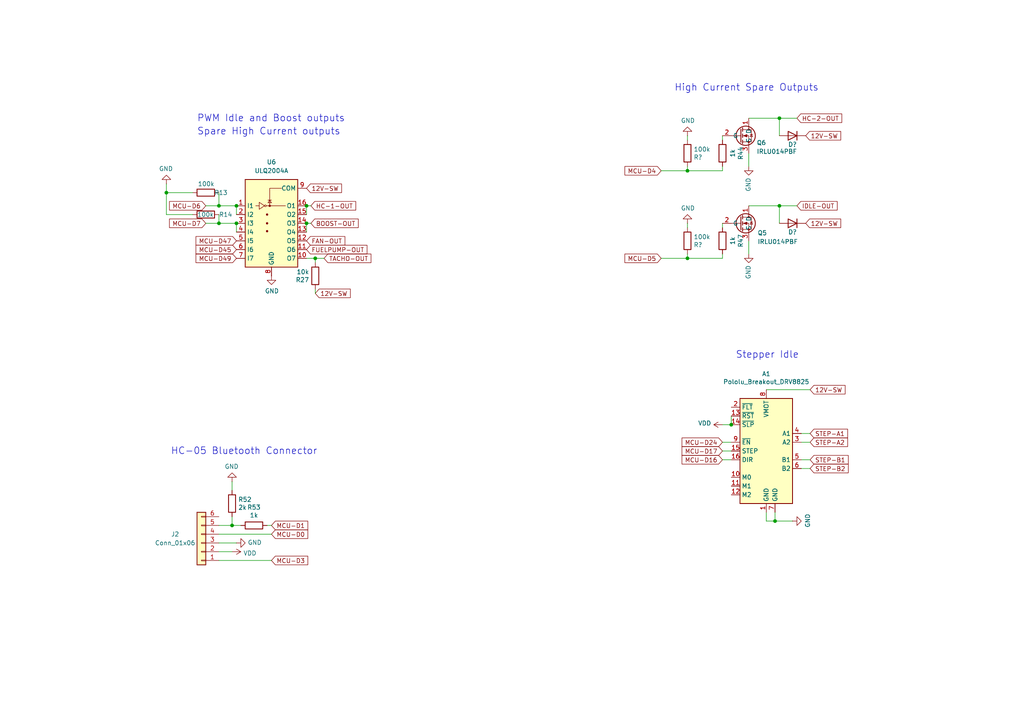
<source format=kicad_sch>
(kicad_sch (version 20250114) (generator "eeschema") (generator_version "9.0")
  (paper "A4")
  (title_block (title "0.4") (date "2021-03-27") (rev "4d") (company "Speeduino"))
  (lib_symbols
    (symbol "Connector_Generic:Conn_01x06" (pin_names (offset 1.016) (hide yes))
      (property "Reference" "J" (at 0 7.62 0))
      (property "Value" "Conn_01x06" (at 0 -10.16 0))
      (symbol "Conn_01x06_1_1"
        (rectangle (start -1.27 6.35) (end 1.27 -8.89) (stroke (width 0.254)) (fill (type background)))
        (rectangle (start -1.27 5.207) (end 0 4.953) (stroke (width 0.1524)))
        (rectangle (start -1.27 2.667) (end 0 2.413) (stroke (width 0.1524)))
        (rectangle (start -1.27 0.127) (end 0 -0.127) (stroke (width 0.1524)))
        (rectangle (start -1.27 -2.413) (end 0 -2.667) (stroke (width 0.1524)))
        (rectangle (start -1.27 -4.953) (end 0 -5.207) (stroke (width 0.1524)))
        (rectangle (start -1.27 -7.493) (end 0 -7.747) (stroke (width 0.1524)))
        (pin passive line (at -5.08 5.08 0) (length 3.81) (name "Pin_1") (number "1"))
        (pin passive line (at -5.08 2.54 0) (length 3.81) (name "Pin_2") (number "2"))
        (pin passive line (at -5.08 0 0) (length 3.81) (name "Pin_3") (number "3"))
        (pin passive line (at -5.08 -2.54 0) (length 3.81) (name "Pin_4") (number "4"))
        (pin passive line (at -5.08 -5.08 0) (length 3.81) (name "Pin_5") (number "5"))
        (pin passive line (at -5.08 -7.62 0) (length 3.81) (name "Pin_6") (number "6"))
      )
    )
    (symbol "Device:D" (pin_numbers (hide yes)) (pin_names (offset 1.016) (hide yes))
      (property "Reference" "D" (at 0 2.54 0))
      (property "Value" "D" (at 0 -2.54 0))
      (symbol "D_0_1"
        (polyline (pts (xy -1.27 1.27) (xy -1.27 -1.27)) (stroke (width 0.254)))
        (polyline (pts (xy 1.27 1.27) (xy 1.27 -1.27) (xy -1.27 0) (xy 1.27 1.27)) (stroke (width 0.254)))
        (polyline (pts (xy 1.27 0) (xy -1.27 0)))
      )
      (symbol "D_1_1"
        (pin passive line (at -3.81 0 0) (length 2.54) (name "K") (number "1"))
        (pin passive line (at 3.81 0 180) (length 2.54) (name "A") (number "2"))
      )
    )
    (symbol "Device:R" (pin_numbers (hide yes)) (pin_names (offset 0))
      (property "Reference" "R" (at 2.032 0 90))
      (property "Value" "R" (at 0 0 90))
      (symbol "R_0_1"
        (rectangle (start -1.016 -2.54) (end 1.016 2.54) (stroke (width 0.254)))
      )
      (symbol "R_1_1"
        (pin passive line (at 0 3.81 270) (length 1.27) (name "~") (number "1"))
        (pin passive line (at 0 -3.81 90) (length 1.27) (name "~") (number "2"))
      )
    )
    (symbol "Driver_Motor:Pololu_Breakout_DRV8825"
      (property "Reference" "A" (at -2.54 16.51 0))
      (property "Value" "Pololu_Breakout_DRV8825" (at -2.54 13.97 0))
      (symbol "Pololu_Breakout_DRV8825_0_1"
        (rectangle (start 7.62 -17.78) (end -7.62 12.7) (stroke (width 0.254)) (fill (type background)))
      )
      (symbol "Pololu_Breakout_DRV8825_1_1"
        (pin output line (at -10.16 10.16 0) (length 2.54) (name "~{FLT}") (number "2"))
        (pin input line (at -10.16 7.62 0) (length 2.54) (name "~{RST}") (number "13"))
        (pin input line (at -10.16 5.08 0) (length 2.54) (name "~{SLP}") (number "14"))
        (pin input line (at -10.16 0 0) (length 2.54) (name "~{EN}") (number "9"))
        (pin input line (at -10.16 -2.54 0) (length 2.54) (name "STEP") (number "15"))
        (pin input line (at -10.16 -5.08 0) (length 2.54) (name "DIR") (number "16"))
        (pin input line (at -10.16 -10.16 0) (length 2.54) (name "M0") (number "10"))
        (pin input line (at -10.16 -12.7 0) (length 2.54) (name "M1") (number "11"))
        (pin input line (at -10.16 -15.24 0) (length 2.54) (name "M2") (number "12"))
        (pin power_in line (at 0 15.24 270) (length 2.54) (name "VMOT") (number "8"))
        (pin power_in line (at 0 -20.32 90) (length 2.54) (name "GND") (number "1"))
        (pin power_in line (at 2.54 -20.32 90) (length 2.54) (name "GND") (number "7"))
        (pin output line (at 10.16 2.54 180) (length 2.54) (name "A1") (number "4"))
        (pin output line (at 10.16 0 180) (length 2.54) (name "A2") (number "3"))
        (pin output line (at 10.16 -5.08 180) (length 2.54) (name "B1") (number "5"))
        (pin output line (at 10.16 -7.62 180) (length 2.54) (name "B2") (number "6"))
      )
    )
    (symbol "Transistor_Array:ULQ2004A"
      (property "Reference" "U" (at 0 15.875 0))
      (property "Value" "ULQ2004A" (at 0 13.97 0))
      (symbol "ULQ2004A_0_1"
        (rectangle (start -7.62 -12.7) (end 7.62 12.7) (stroke (width 0.254)) (fill (type background)))
        (polyline (pts (xy -4.572 5.08) (xy -3.556 5.08)))
        (polyline (pts (xy -3.556 6.096) (xy -3.556 4.064) (xy -2.032 5.08) (xy -3.556 6.096)))
        (circle (center -1.778 5.08) (radius 0.254))
        (polyline (pts (xy -1.524 5.08) (xy 4.064 5.08)))
        (circle (center -1.27 2.54) (radius 0.254) (fill (type outline)))
        (circle (center -1.27 0) (radius 0.254) (fill (type outline)))
        (circle (center -1.27 -2.286) (radius 0.254) (fill (type outline)))
        (circle (center -0.508 5.08) (radius 0.254) (fill (type outline)))
        (polyline (pts (xy -0.508 5.08) (xy -0.508 10.16) (xy 2.921 10.16)))
        (polyline (pts (xy 0 6.731) (xy -1.016 6.731)))
        (polyline (pts (xy 0 5.969) (xy -1.016 5.969) (xy -0.508 6.731) (xy 0 5.969)))
      )
      (symbol "ULQ2004A_1_1"
        (pin input line (at -10.16 5.08 0) (length 2.54) (name "I1") (number "1"))
        (pin input line (at -10.16 2.54 0) (length 2.54) (name "I2") (number "2"))
        (pin input line (at -10.16 0 0) (length 2.54) (name "I3") (number "3"))
        (pin input line (at -10.16 -2.54 0) (length 2.54) (name "I4") (number "4"))
        (pin input line (at -10.16 -5.08 0) (length 2.54) (name "I5") (number "5"))
        (pin input line (at -10.16 -7.62 0) (length 2.54) (name "I6") (number "6"))
        (pin input line (at -10.16 -10.16 0) (length 2.54) (name "I7") (number "7"))
        (pin power_in line (at 0 -15.24 90) (length 2.54) (name "GND") (number "8"))
        (pin passive line (at 10.16 10.16 180) (length 2.54) (name "COM") (number "9"))
        (pin open_collector line (at 10.16 5.08 180) (length 2.54) (name "O1") (number "16"))
        (pin open_collector line (at 10.16 2.54 180) (length 2.54) (name "O2") (number "15"))
        (pin open_collector line (at 10.16 0 180) (length 2.54) (name "O3") (number "14"))
        (pin open_collector line (at 10.16 -2.54 180) (length 2.54) (name "O4") (number "13"))
        (pin open_collector line (at 10.16 -5.08 180) (length 2.54) (name "O5") (number "12"))
        (pin open_collector line (at 10.16 -7.62 180) (length 2.54) (name "O6") (number "11"))
        (pin open_collector line (at 10.16 -10.16 180) (length 2.54) (name "O7") (number "10"))
      )
    )
    (symbol "power:GND" (power) (pin_numbers (hide yes)) (pin_names (offset 0) (hide yes))
      (property "Value" "GND" (at 0 -3.81 0))
      (symbol "GND_0_1"
        (polyline (pts (xy 0 0) (xy 0 -1.27) (xy 1.27 -1.27) (xy 0 -2.54) (xy -1.27 -1.27) (xy 0 -1.27)))
      )
      (symbol "GND_1_1"
        (pin power_in line (at 0 0 270) (length 0) (name "~") (number "1"))
      )
    )
    (symbol "power:VDD" (power) (pin_numbers (hide yes)) (pin_names (offset 0) (hide yes))
      (property "Value" "VDD" (at 0 3.556 0))
      (symbol "VDD_0_1"
        (polyline (pts (xy -0.762 1.27) (xy 0 2.54)))
        (polyline (pts (xy 0 2.54) (xy 0.762 1.27)))
        (polyline (pts (xy 0 0) (xy 0 2.54)))
      )
      (symbol "VDD_1_1"
        (pin power_in line (at 0 0 90) (length 0) (name "~") (number "1"))
      )
    )
    (symbol "user-made:IRLR014"
      (property "Reference" "J" (at 0 0 0))
      (symbol "IRLR014_0_1"
        (polyline (pts (xy 9.144 -1.905) (xy 9.144 -5.715)) (stroke (width 0.254)))
        (polyline (pts (xy 9.144 -3.81) (xy 6.35 -3.81)))
        (polyline (pts (xy 9.652 -1.524) (xy 9.652 -2.54)) (stroke (width 0.254)))
        (polyline (pts (xy 9.652 -3.302) (xy 9.652 -4.318)) (stroke (width 0.254)))
        (polyline (pts (xy 9.652 -5.08) (xy 9.652 -6.096)) (stroke (width 0.254)))
        (polyline (pts (xy 9.652 -5.588) (xy 12.192 -5.588) (xy 12.192 -2.032) (xy 9.652 -2.032)))
        (polyline (pts (xy 9.906 -3.81) (xy 10.922 -3.429) (xy 10.922 -4.191) (xy 9.906 -3.81)) (fill (type outline)))
        (circle (center 10.541 -3.81) (radius 2.794) (stroke (width 0.254)))
        (polyline (pts (xy 11.43 -1.27) (xy 11.43 -2.032)))
        (circle (center 11.43 -2.032) (radius 0.254) (fill (type outline)))
        (circle (center 11.43 -5.588) (radius 0.254) (fill (type outline)))
        (polyline (pts (xy 11.43 -6.35) (xy 11.43 -3.81) (xy 9.652 -3.81)))
        (polyline (pts (xy 11.811 -3.429) (xy 12.573 -3.429)))
        (polyline (pts (xy 12.192 -3.429) (xy 11.811 -4.064) (xy 12.573 -4.064) (xy 12.192 -3.429)))
      )
      (symbol "IRLR014_1_1"
        (pin input line (at 3.81 -3.81 0) (length 2.54) (name "G") (number "2"))
        (pin passive line (at 11.43 1.27 270) (length 2.54) (name "D") (number "1"))
        (pin passive line (at 11.43 -8.89 90) (length 2.54) (name "S") (number "3"))
      )
    )
  )
  (text "HC-05 Bluetooth Connector" (at 49.53 132.08 0) (effects (font (size 1.9812 1.9812)) (justify left bottom)))
  (text "Stepper Idle" (at 213.36 104.14 0) (effects (font (size 1.9812 1.9812)) (justify left bottom)))
  (text "High Current Spare Outputs" (at 195.58 26.67 0) (effects (font (size 1.9812 1.9812)) (justify left bottom)))
  (text "Spare High Current outputs" (at 57.15 39.37 0) (effects (font (size 1.9812 1.9812)) (justify left bottom)))
  (text "PWM Idle and Boost outputs" (at 57.15 35.56 0) (effects (font (size 1.9812 1.9812)) (justify left bottom)))
  (junction (at 88.9 64.77))
  (junction (at 199.39 74.93))
  (junction (at 91.44 74.93))
  (junction (at 226.06 59.69))
  (junction (at 68.58 64.77))
  (junction (at 63.5 59.69))
  (junction (at 68.58 59.69))
  (junction (at 212.09 123.19))
  (junction (at 226.06 34.29))
  (junction (at 67.31 152.4))
  (junction (at 88.9 59.69))
  (junction (at 63.5 64.77))
  (junction (at 224.79 151.13))
  (junction (at 48.26 55.88))
  (junction (at 199.39 49.53))
  (wire (pts (xy 88.9 62.23) (xy 88.9 59.69)))
  (wire (pts (xy 90.17 59.69) (xy 88.9 59.69)))
  (wire (pts (xy 224.79 148.59) (xy 224.79 151.13)))
  (wire (pts (xy 63.5 162.56) (xy 78.74 162.56)))
  (wire (pts (xy 199.39 49.53) (xy 199.39 48.26)))
  (wire (pts (xy 212.09 123.19) (xy 212.09 120.65)))
  (wire (pts (xy 217.17 73.66) (xy 217.17 69.85)))
  (wire (pts (xy 68.58 59.69) (xy 68.58 62.23)))
  (wire (pts (xy 226.06 34.29) (xy 231.14 34.29)))
  (wire (pts (xy 91.44 74.93) (xy 93.98 74.93)))
  (wire (pts (xy 209.55 48.26) (xy 209.55 49.53)))
  (wire (pts (xy 209.55 123.19) (xy 212.09 123.19)))
  (wire (pts (xy 222.25 113.03) (xy 234.95 113.03)))
  (wire (pts (xy 67.31 160.02) (xy 63.5 160.02)))
  (wire (pts (xy 48.26 62.23) (xy 55.88 62.23)))
  (wire (pts (xy 224.79 151.13) (xy 222.25 151.13)))
  (wire (pts (xy 217.17 34.29) (xy 226.06 34.29)))
  (wire (pts (xy 232.41 133.35) (xy 234.95 133.35)))
  (wire (pts (xy 63.5 64.77) (xy 68.58 64.77)))
  (wire (pts (xy 191.77 49.53) (xy 199.39 49.53)))
  (wire (pts (xy 67.31 149.86) (xy 67.31 152.4)))
  (wire (pts (xy 63.5 62.23) (xy 63.5 64.77)))
  (wire (pts (xy 229.87 151.13) (xy 224.79 151.13)))
  (wire (pts (xy 48.26 55.88) (xy 48.26 62.23)))
  (wire (pts (xy 209.55 128.27) (xy 212.09 128.27)))
  (wire (pts (xy 209.55 133.35) (xy 212.09 133.35)))
  (wire (pts (xy 199.39 74.93) (xy 199.39 73.66)))
  (wire (pts (xy 88.9 67.31) (xy 88.9 64.77)))
  (wire (pts (xy 88.9 74.93) (xy 91.44 74.93)))
  (wire (pts (xy 212.09 130.81) (xy 209.55 130.81)))
  (wire (pts (xy 234.95 135.89) (xy 232.41 135.89)))
  (wire (pts (xy 199.39 64.77) (xy 199.39 66.04)))
  (wire (pts (xy 63.5 152.4) (xy 67.31 152.4)))
  (wire (pts (xy 226.06 64.77) (xy 226.06 59.69)))
  (wire (pts (xy 217.17 48.26) (xy 217.17 44.45)))
  (wire (pts (xy 90.17 64.77) (xy 88.9 64.77)))
  (wire (pts (xy 59.69 64.77) (xy 63.5 64.77)))
  (wire (pts (xy 68.58 64.77) (xy 68.58 67.31)))
  (wire (pts (xy 191.77 74.93) (xy 199.39 74.93)))
  (wire (pts (xy 209.55 73.66) (xy 209.55 74.93)))
  (wire (pts (xy 199.39 39.37) (xy 199.39 40.64)))
  (wire (pts (xy 48.26 55.88) (xy 55.88 55.88)))
  (wire (pts (xy 226.06 59.69) (xy 231.14 59.69)))
  (wire (pts (xy 67.31 139.7) (xy 67.31 142.24)))
  (wire (pts (xy 226.06 39.37) (xy 226.06 34.29)))
  (wire (pts (xy 67.31 152.4) (xy 69.85 152.4)))
  (wire (pts (xy 78.74 154.94) (xy 63.5 154.94)))
  (wire (pts (xy 234.95 128.27) (xy 232.41 128.27)))
  (wire (pts (xy 63.5 55.88) (xy 63.5 59.69)))
  (wire (pts (xy 217.17 59.69) (xy 226.06 59.69)))
  (wire (pts (xy 77.47 152.4) (xy 78.74 152.4)))
  (wire (pts (xy 48.26 53.34) (xy 48.26 55.88)))
  (wire (pts (xy 222.25 151.13) (xy 222.25 148.59)))
  (wire (pts (xy 232.41 125.73) (xy 234.95 125.73)))
  (wire (pts (xy 209.55 39.37) (xy 209.55 40.64)))
  (wire (pts (xy 91.44 85.09) (xy 91.44 83.82)))
  (wire (pts (xy 91.44 76.2) (xy 91.44 74.93)))
  (wire (pts (xy 209.55 64.77) (xy 209.55 66.04)))
  (wire (pts (xy 199.39 49.53) (xy 209.55 49.53)))
  (wire (pts (xy 59.69 59.69) (xy 63.5 59.69)))
  (wire (pts (xy 199.39 74.93) (xy 209.55 74.93)))
  (wire (pts (xy 68.58 157.48) (xy 63.5 157.48)))
  (wire (pts (xy 63.5 59.69) (xy 68.58 59.69)))
  (global_label "STEP-A1" (shape input) (at 234.95 125.73 0) (property "Intersheetrefs" "${INTERSHEET_REFS}" (effects (hide yes))))
  (global_label "STEP-A2" (shape input) (at 234.95 128.27 0) (property "Intersheetrefs" "${INTERSHEET_REFS}" (effects (hide yes))))
  (global_label "MCU-D1" (shape input) (at 78.74 152.4 0) (property "Intersheetrefs" "${INTERSHEET_REFS}" (effects (hide yes))))
  (global_label "STEP-B2" (shape input) (at 234.95 135.89 0) (property "Intersheetrefs" "${INTERSHEET_REFS}" (effects (hide yes))))
  (global_label "FAN-OUT" (shape input) (at 88.9 69.85 0) (property "Intersheetrefs" "${INTERSHEET_REFS}" (effects (hide yes))))
  (global_label "MCU-D5" (shape input) (at 191.77 74.93 180) (property "Intersheetrefs" "${INTERSHEET_REFS}" (effects (hide yes))))
  (global_label "MCU-D47" (shape input) (at 68.58 69.85 180) (property "Intersheetrefs" "${INTERSHEET_REFS}" (effects (hide yes))))
  (global_label "MCU-D4" (shape input) (at 191.77 49.53 180) (property "Intersheetrefs" "${INTERSHEET_REFS}" (effects (hide yes))))
  (global_label "12V-SW" (shape input) (at 88.9 54.61 0) (property "Intersheetrefs" "${INTERSHEET_REFS}" (effects (hide yes))))
  (global_label "IDLE-OUT" (shape input) (at 231.14 59.69 0) (property "Intersheetrefs" "${INTERSHEET_REFS}" (effects (hide yes))))
  (global_label "BOOST-OUT" (shape input) (at 90.17 64.77 0) (property "Intersheetrefs" "${INTERSHEET_REFS}" (effects (hide yes))))
  (global_label "FUELPUMP-OUT" (shape input) (at 88.9 72.39 0) (property "Intersheetrefs" "${INTERSHEET_REFS}" (effects (hide yes))))
  (global_label "MCU-D16" (shape input) (at 209.55 133.35 180) (property "Intersheetrefs" "${INTERSHEET_REFS}" (effects (hide yes))))
  (global_label "HC-2-OUT" (shape input) (at 231.14 34.29 0) (property "Intersheetrefs" "${INTERSHEET_REFS}" (effects (hide yes))))
  (global_label "MCU-D17" (shape input) (at 209.55 130.81 180) (property "Intersheetrefs" "${INTERSHEET_REFS}" (effects (hide yes))))
  (global_label "12V-SW" (shape input) (at 234.95 113.03 0) (property "Intersheetrefs" "${INTERSHEET_REFS}" (effects (hide yes))))
  (global_label "MCU-D0" (shape input) (at 78.74 154.94 0) (property "Intersheetrefs" "${INTERSHEET_REFS}" (effects (hide yes))))
  (global_label "TACHO-OUT" (shape input) (at 93.98 74.93 0) (property "Intersheetrefs" "${INTERSHEET_REFS}" (effects (hide yes))))
  (global_label "12V-SW" (shape input) (at 233.68 64.77 0) (property "Intersheetrefs" "${INTERSHEET_REFS}" (effects (hide yes))))
  (global_label "STEP-B1" (shape input) (at 234.95 133.35 0) (property "Intersheetrefs" "${INTERSHEET_REFS}" (effects (hide yes))))
  (global_label "MCU-D24" (shape input) (at 209.55 128.27 180) (property "Intersheetrefs" "${INTERSHEET_REFS}" (effects (hide yes))))
  (global_label "HC-1-OUT" (shape input) (at 90.17 59.69 0) (property "Intersheetrefs" "${INTERSHEET_REFS}" (effects (hide yes))))
  (global_label "12V-SW" (shape input) (at 91.44 85.09 0) (property "Intersheetrefs" "${INTERSHEET_REFS}" (effects (hide yes))))
  (global_label "12V-SW" (shape input) (at 233.68 39.37 0) (property "Intersheetrefs" "${INTERSHEET_REFS}" (effects (hide yes))))
  (global_label "MCU-D6" (shape input) (at 59.69 59.69 180) (property "Intersheetrefs" "${INTERSHEET_REFS}" (effects (hide yes))))
  (global_label "MCU-D3" (shape input) (at 78.74 162.56 0) (property "Intersheetrefs" "${INTERSHEET_REFS}" (effects (hide yes))))
  (global_label "MCU-D49" (shape input) (at 68.58 74.93 180) (property "Intersheetrefs" "${INTERSHEET_REFS}" (effects (hide yes))))
  (global_label "MCU-D45" (shape input) (at 68.58 72.39 180) (property "Intersheetrefs" "${INTERSHEET_REFS}" (effects (hide yes))))
  (global_label "MCU-D7" (shape input) (at 59.69 64.77 180) (property "Intersheetrefs" "${INTERSHEET_REFS}" (effects (hide yes))))
  (symbol (lib_id "Connector_Generic:Conn_01x06") (at 58.42 157.48 180) (unit 1)
    (property "Reference" "J2" (at 50.8 154.94 0))
    (property "Value" "Conn_01x06" (at 50.8 157.48 0))
    (property "Footprint" "Connector_PinHeader_2.54mm:PinHeader_1x06_P2.54mm_Vertical" (effects (hide yes)))
  )
  (symbol (lib_id "power:VDD") (at 67.31 160.02 270) (unit 1)
    (property "Reference" "#PWR061" (effects (hide yes)))
    (property "Value" "VDD" (at 70.5612 160.4518 90) (effects (justify left)))
  )
  (symbol (lib_id "power:GND") (at 68.58 157.48 90) (unit 1)
    (property "Reference" "#PWR062" (effects (hide yes)))
    (property "Value" "GND" (at 71.8312 157.353 90) (effects (justify right)))
  )
  (symbol (lib_id "Device:R") (at 73.66 152.4 270) (unit 1)
    (property "Reference" "R53" (at 73.66 147.1422 90))
    (property "Value" "1k" (at 73.66 149.4536 90))
    (property "Footprint" "Resistor_THT:R_Axial_DIN0204_L3.6mm_D1.6mm_P5.08mm_Horizontal" (effects (hide yes)))
    (property "Digikey Part Number" "BC1.00KXCT-ND" (effects (hide yes)))
    (property "Manufacturer_Name" "Vishay" (effects (hide yes)))
    (property "Manufacturer_Part_Number" "MBA02040C1001FRP00" (effects (hide yes)))
  )
  (symbol (lib_id "Device:R") (at 67.31 146.05 180) (unit 1)
    (property "Reference" "R52" (at 69.088 144.8816 0) (effects (justify right)))
    (property "Value" "2k" (at 69.088 147.193 0) (effects (justify right)))
    (property "Footprint" "Resistor_THT:R_Axial_DIN0204_L3.6mm_D1.6mm_P5.08mm_Horizontal" (effects (hide yes)))
    (property "Digikey Part Number" "BC3254CT-ND" (effects (hide yes)))
    (property "Manufacturer_Name" "Vishay" (effects (hide yes)))
    (property "Manufacturer_Part_Number" "MBA02040C2001FCT00" (effects (hide yes)))
    (property "URL" "https://www.digikey.com.au/product-detail/en/vishay-beyschlag-draloric-bc-components/MBA02040C2001FCT00/BC3254CT-ND/6138757" (effects (hide yes)))
  )
  (symbol (lib_id "power:GND") (at 67.31 139.7 180) (unit 1)
    (property "Reference" "#PWR060" (effects (hide yes)))
    (property "Value" "GND" (at 67.183 135.3058 0))
  )
  (symbol (lib_id "Driver_Motor:Pololu_Breakout_DRV8825") (at 222.25 128.27 0) (unit 1)
    (property "Reference" "A1" (at 222.25 108.4326 0))
    (property "Value" "Pololu_Breakout_DRV8825" (at 222.25 110.744 0))
    (property "Footprint" "Module:Pololu_Breakout-16_15.2x20.3mm" (effects (hide yes)))
    (property "Datasheet" "https://www.pololu.com/product/2982" (effects (hide yes)))
  )
  (symbol (lib_id "power:GND") (at 229.87 151.13 90) (unit 1)
    (property "Reference" "#PWR0110" (effects (hide yes)))
    (property "Value" "GND" (at 234.2642 151.003 0))
  )
  (symbol (lib_id "power:VDD") (at 209.55 123.19 90) (unit 1)
    (property "Reference" "#PWR0111" (effects (hide yes)))
    (property "Value" "VDD" (at 206.2988 122.7582 90) (effects (justify left)))
  )
  (symbol (lib_id "power:GND") (at 78.74 80.01 0) (unit 1)
    (property "Reference" "#PWR0114" (effects (hide yes)))
    (property "Value" "GND" (at 78.867 84.4042 0))
  )
  (symbol (lib_id "Device:R") (at 59.69 55.88 270) (unit 1)
    (property "Reference" "R13" (at 66.04 55.88 90) (effects (justify right)))
    (property "Value" "100k" (at 62.23 53.34 90) (effects (justify right)))
    (property "Footprint" "Resistor_THT:R_Axial_DIN0204_L3.6mm_D1.6mm_P5.08mm_Horizontal" (effects (hide yes)))
    (property "Digikey Part Number" "BC3240CT-ND" (effects (hide yes)))
    (property "Manufacturer_Name" "Vishay" (effects (hide yes)))
    (property "Manufacturer_Part_Number" "MBA02040C1003FCT00" (effects (hide yes)))
    (property "URL" "https://www.digikey.com.au/product-detail/en/vishay-beyschlag-draloric-bc-components/MBA02040C1003FCT00/BC3240CT-ND/6138743" (effects (hide yes)))
  )
  (symbol (lib_id "power:GND") (at 48.26 53.34 180) (unit 1)
    (property "Reference" "#PWR0124" (effects (hide yes)))
    (property "Value" "GND" (at 48.133 48.9458 0))
  )
  (symbol (lib_id "Device:R") (at 91.44 80.01 0) (unit 1)
    (property "Reference" "R27" (at 89.662 81.1784 0) (effects (justify right)))
    (property "Value" "10k" (at 89.662 78.867 0) (effects (justify right)))
    (property "Footprint" "Resistor_THT:R_Axial_DIN0204_L3.6mm_D1.6mm_P5.08mm_Horizontal" (effects (hide yes)))
    (property "Digikey Part Number" "BC10.0KXCT-ND" (effects (hide yes)))
    (property "Manufacturer_Name" "Vishay" (effects (hide yes)))
    (property "Manufacturer_Part_Number" "MBA02040C1002FRP00" (effects (hide yes)))
    (property "URL" "https://www.digikey.com.au/product-detail/en/vishay-beyschlag-draloric-bc-components/MBA02040C1002FRP00/BC10-0KXCT-ND/336866" (effects (hide yes)))
  )
  (symbol (lib_id "Device:R") (at 59.69 62.23 90) (unit 1)
    (property "Reference" "R14" (at 63.5 62.23 90) (effects (justify right)))
    (property "Value" "100k" (at 57.15 62.23 90) (effects (justify right)))
    (property "Footprint" "Resistor_THT:R_Axial_DIN0204_L3.6mm_D1.6mm_P5.08mm_Horizontal" (effects (hide yes)))
    (property "Digikey Part Number" "BC3240CT-ND" (effects (hide yes)))
    (property "Manufacturer_Name" "Vishay" (effects (hide yes)))
    (property "Manufacturer_Part_Number" "MBA02040C1003FCT00" (effects (hide yes)))
    (property "URL" "https://www.digikey.com.au/product-detail/en/vishay-beyschlag-draloric-bc-components/MBA02040C1003FCT00/BC3240CT-ND/6138743" (effects (hide yes)))
  )
  (symbol (lib_id "power:GND") (at 217.17 73.66 0) (mirror y) (unit 1)
    (property "Reference" "#PWR0105" (effects (hide yes)))
    (property "Value" "GND" (at 217.043 76.9112 90) (effects (justify right)))
    (instances (project "" (path "" (reference "#PWR?") (unit 1)) (path "" (reference "#PWR0105") (unit 1))))
  )
  (symbol (lib_id "Device:R") (at 199.39 69.85 0) (mirror y) (unit 1)
    (property "Reference" "R43" (at 201.168 71.0184 0) (effects (justify right)))
    (property "Value" "100k" (at 201.168 68.707 0) (effects (justify right)))
    (property "Footprint" "Resistor_THT:R_Axial_DIN0204_L3.6mm_D1.6mm_P5.08mm_Horizontal" (effects (hide yes)))
    (property "Digikey Part Number" "BC3240CT-ND" (effects (hide yes)))
    (property "Manufacturer_Name" "Vishay" (effects (hide yes)))
    (property "Manufacturer_Part_Number" "MBA02040C1003FCT00" (effects (hide yes)))
    (property "URL" "https://www.digikey.com.au/product-detail/en/vishay-beyschlag-draloric-bc-components/MBA02040C1003FCT00/BC3240CT-ND/6138743" (effects (hide yes)))
    (instances (project "" (path "" (reference "R?") (unit 1)) (path "" (reference "R43") (unit 1))))
  )
  (symbol (lib_id "power:GND") (at 199.39 64.77 0) (mirror x) (unit 1)
    (property "Reference" "#PWR0125" (effects (hide yes)))
    (property "Value" "GND" (at 199.517 60.3758 0))
    (instances (project "" (path "" (reference "#PWR?") (unit 1)) (path "" (reference "#PWR0125") (unit 1))))
  )
  (symbol (lib_id "Device:R") (at 209.55 69.85 180) (unit 1)
    (property "Reference" "R47" (at 214.8078 69.85 90))
    (property "Value" "1k" (at 212.4964 69.85 90))
    (property "Footprint" "Resistor_THT:R_Axial_DIN0204_L3.6mm_D1.6mm_P5.08mm_Horizontal" (effects (hide yes)))
    (property "Digikey Part Number" "BC1.00KXCT-ND" (effects (hide yes)))
    (property "Manufacturer_Name" "Vishay" (effects (hide yes)))
    (property "Manufacturer_Part_Number" "MBA02040C1001FRP00" (effects (hide yes)))
  )
  (symbol (lib_id "Device:D") (at 229.87 64.77 180) (unit 1)
    (property "Reference" "D16" (at 229.87 67.31 0))
    (property "Value" "D" (effects (hide yes)))
    (property "Footprint" "Diode_THT:D_DO-35_SOD27_P7.62mm_Horizontal" (effects (hide yes)))
    (property "Digikey Part Number" "1N914TAPGICT-ND" (effects (hide yes)))
    (property "Manufacturer_Name" "Vishay" (effects (hide yes)))
    (property "Manufacturer_Part_Number" "1N914TAP" (effects (hide yes)))
    (property "URL" "https://www.digikey.com.au/product-detail/en/vishay-general-semiconductor-diodes-division/1N914TAP/1N914TAPGICT-ND/8564478" (effects (hide yes)))
    (instances (project "" (path "" (reference "D?") (unit 1)) (path "" (reference "D16") (unit 1))))
  )
  (symbol (lib_id "power:GND") (at 217.17 48.26 0) (mirror y) (unit 1)
    (property "Reference" "#PWR0126" (effects (hide yes)))
    (property "Value" "GND" (at 217.043 51.5112 90) (effects (justify right)))
    (instances (project "" (path "" (reference "#PWR?") (unit 1)) (path "" (reference "#PWR0126") (unit 1))))
  )
  (symbol (lib_id "Device:R") (at 199.39 44.45 0) (mirror y) (unit 1)
    (property "Reference" "R28" (at 201.168 45.6184 0) (effects (justify right)))
    (property "Value" "100k" (at 201.168 43.307 0) (effects (justify right)))
    (property "Footprint" "Resistor_THT:R_Axial_DIN0204_L3.6mm_D1.6mm_P5.08mm_Horizontal" (effects (hide yes)))
    (property "Digikey Part Number" "BC3240CT-ND" (effects (hide yes)))
    (property "Manufacturer_Name" "Vishay" (effects (hide yes)))
    (property "Manufacturer_Part_Number" "MBA02040C1003FCT00" (effects (hide yes)))
    (property "URL" "https://www.digikey.com.au/product-detail/en/vishay-beyschlag-draloric-bc-components/MBA02040C1003FCT00/BC3240CT-ND/6138743" (effects (hide yes)))
    (instances (project "" (path "" (reference "R?") (unit 1)) (path "" (reference "R28") (unit 1))))
  )
  (symbol (lib_id "power:GND") (at 199.39 39.37 0) (mirror x) (unit 1)
    (property "Reference" "#PWR0127" (effects (hide yes)))
    (property "Value" "GND" (at 199.517 34.9758 0))
    (instances (project "" (path "" (reference "#PWR?") (unit 1)) (path "" (reference "#PWR0127") (unit 1))))
  )
  (symbol (lib_id "Device:R") (at 209.55 44.45 180) (unit 1)
    (property "Reference" "R44" (at 214.8078 44.45 90))
    (property "Value" "1k" (at 212.4964 44.45 90))
    (property "Footprint" "Resistor_THT:R_Axial_DIN0204_L3.6mm_D1.6mm_P5.08mm_Horizontal" (effects (hide yes)))
    (property "Digikey Part Number" "BC1.00KXCT-ND" (effects (hide yes)))
    (property "Manufacturer_Name" "Vishay" (effects (hide yes)))
    (property "Manufacturer_Part_Number" "MBA02040C1001FRP00" (effects (hide yes)))
  )
  (symbol (lib_id "Device:D") (at 229.87 39.37 180) (unit 1)
    (property "Reference" "D13" (at 229.87 41.91 0))
    (property "Value" "D" (effects (hide yes)))
    (property "Footprint" "Diode_THT:D_DO-35_SOD27_P7.62mm_Horizontal" (effects (hide yes)))
    (property "Digikey Part Number" "1N914TAPGICT-ND" (effects (hide yes)))
    (property "Manufacturer_Name" "Vishay" (effects (hide yes)))
    (property "Manufacturer_Part_Number" "1N914TAP" (effects (hide yes)))
    (property "URL" "https://www.digikey.com.au/product-detail/en/vishay-general-semiconductor-diodes-division/1N914TAP/1N914TAPGICT-ND/8564478" (effects (hide yes)))
    (instances (project "" (path "" (reference "D?") (unit 1)) (path "" (reference "D13") (unit 1))))
  )
  (symbol (lib_id "Transistor_Array:ULQ2004A") (at 78.74 64.77 0) (unit 1)
    (property "Reference" "U6" (at 78.74 46.99 0))
    (property "Value" "ULQ2004A" (at 78.74 49.53 0))
    (property "Datasheet" "http://www.ti.com/lit/ds/symlink/uln2003a.pdf" (effects (hide yes)))
    (property "Description" "High Voltage, High Current Darlington Transistor Arrays, SOIC16W/TSSOP16" (effects (hide yes)))
  )
  (symbol (lib_id "user-made:IRLR014") (at 205.74 60.96 0) (unit 1)
    (property "Reference" "Q5" (at 219.71 67.564 0) (effects (justify left)))
    (property "Value" "IRLU014PBF" (at 219.71 70.104 0) (effects (justify left)))
    (property "Footprint" "251-3_Vertical" (effects (hide yes)))
    (property "Datasheet" "https://www.digikey.de/en/products/detail/vishay-siliconix/IRLU014PBF/812390" (effects (hide yes)))
  )
  (symbol (lib_id "user-made:IRLR014") (at 205.74 35.56 0) (unit 1)
    (property "Reference" "Q6" (at 219.456 41.402 0) (effects (justify left)))
    (property "Value" "IRLU014PBF" (at 219.456 43.942 0) (effects (justify left)))
    (property "Footprint" "251-3_Vertical" (effects (hide yes)))
    (property "Datasheet" "https://www.digikey.de/en/products/detail/vishay-siliconix/IRLU014PBF/812390" (effects (hide yes)))
  )
)
</source>
